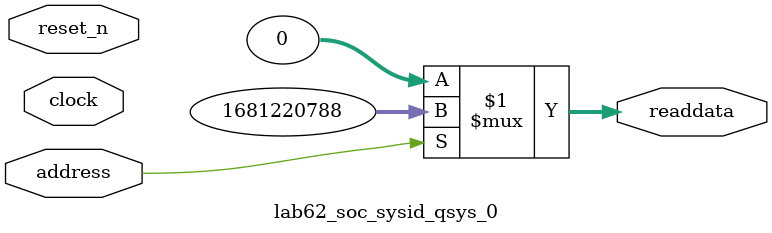
<source format=v>



// synthesis translate_off
`timescale 1ns / 1ps
// synthesis translate_on

// turn off superfluous verilog processor warnings 
// altera message_level Level1 
// altera message_off 10034 10035 10036 10037 10230 10240 10030 

module lab62_soc_sysid_qsys_0 (
               // inputs:
                address,
                clock,
                reset_n,

               // outputs:
                readdata
             )
;

  output  [ 31: 0] readdata;
  input            address;
  input            clock;
  input            reset_n;

  wire    [ 31: 0] readdata;
  //control_slave, which is an e_avalon_slave
  assign readdata = address ? 1681220788 : 0;

endmodule



</source>
